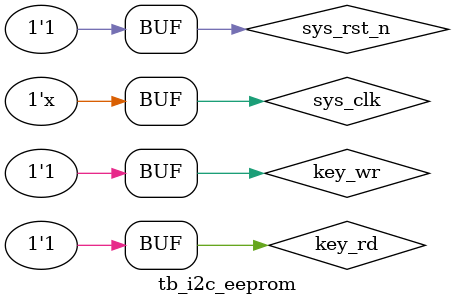
<source format=v>
`timescale 1ns/1ns

module  tb_i2c_eeprom();

reg            sys_clk   ;
reg            sys_rst_n ;
reg            key_wr    ;
reg            key_rd    ;


wire            ds      ;
wire            oe      ;
wire            shcp    ;
wire            stcp    ;
wire            i2c_scl ;
wire            i2c_sda ;

initial
    begin
        sys_clk = 1'b1;
        sys_rst_n <= 1'b0;
        key_wr <= 1'b1;
        key_rd <= 1'b1;
        #200
        sys_rst_n <= 1'b1;
        #1000
        key_wr <= 1'b0;
        key_rd <= 1'b1;
        #400
        key_wr <= 1'b1;
        key_rd <= 1'b1;
        #55_000_000
        key_wr <= 1'b1;
        key_rd <= 1'b0;
        #400
        key_wr <= 1'b1;
        key_rd <= 1'b1;
    end


always #10 sys_clk = ~sys_clk;

defparam i2c_eeprom_inst.CNT_MAX = 5;
defparam i2c_eeprom_inst.i2c_rw_data_inst.CNT_WAIT_MAX = 1000;

i2c_eeprom  i2c_eeprom_inst
(
    .sys_clk     (sys_clk     ),
    .sys_rst_n   (sys_rst_n   ),
    .key_wr      (key_wr      ),
    .key_rd      (key_rd      ),

    .ds          (ds          ),
    .oe          (oe          ),
    .shcp        (shcp        ),
    .stcp        (stcp        ),
    .i2c_scl     (i2c_scl     ),
    .i2c_sda     (i2c_sda     )
);

M24LC64     M24LC64_inst
(
    .A0         (1'b1), 
    .A1         (1'b1), 
    .A2         (1'b0), 
    .WP         (1'b0), 
    .SDA        (i2c_sda), 
    .SCL        (i2c_scl), 
    .RESET      (~sys_rst_n)
);


endmodule
</source>
